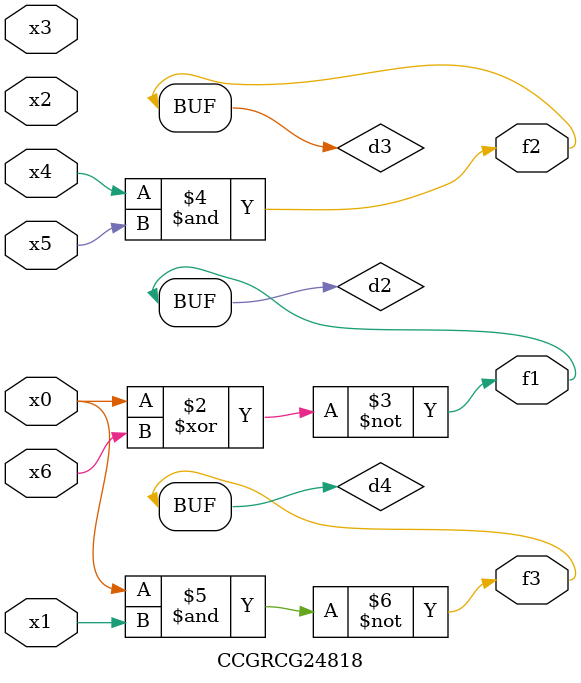
<source format=v>
module CCGRCG24818(
	input x0, x1, x2, x3, x4, x5, x6,
	output f1, f2, f3
);

	wire d1, d2, d3, d4;

	nor (d1, x0);
	xnor (d2, x0, x6);
	and (d3, x4, x5);
	nand (d4, x0, x1);
	assign f1 = d2;
	assign f2 = d3;
	assign f3 = d4;
endmodule

</source>
